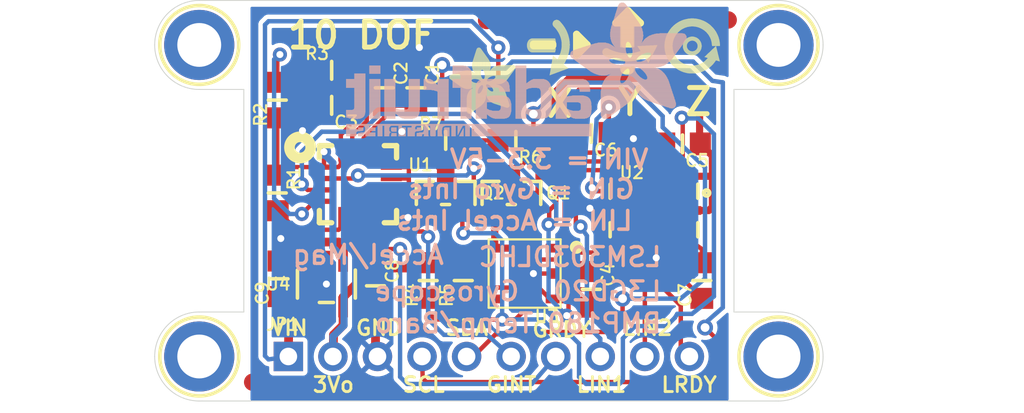
<source format=kicad_pcb>
(kicad_pcb (version 20221018) (generator pcbnew)
  (layers (0 "F.Cu" signal) (31 "B.Cu" signal) (34 "B.Paste" user) (35 "F.Paste" user) (36 "B.SilkS" user "B.Silkscreen") (37 "F.SilkS" user "F.Silkscreen") (38 "B.Mask" user) (39 "F.Mask" user) (44 "Edge.Cuts" user))
  (net 0 "")
  (net 1 "N$1")
  (net 2 "N$2")
  (net 3 "3.3V")
  (net 4 "N$3")
  (net 5 "N$4")
  (net 6 "GND")
  (net 7 "SCL_3V")
  (net 8 "SDA_3V")
  (net 9 "N$6")
  (net 10 "N$5")
  (net 11 "N$7")
  (net 12 "VIN")
  (net 13 "SDA_5V")
  (net 14 "SCL_5V")
  (net 15 "GYR_INT")
  (net 16 "LSM_INT2")
  (net 17 "LSM_INT1")
  (net 18 "LSM_DRDY")
  (net 19 "GYR_RDY")
  (footprint "working:_0805MP" (layer "F.Cu") (at 139.5391 99.5606 180)
    (fp_text reference "C3")
    (fp_text value "0.1uF")
  )
  (footprint "working:FIDUCIAL_1MM" (layer "F.Cu") (at 148.3741 94.7166)
    (fp_text reference "FID3" hide)
    (fp_text value "FIDUCIAL\"\"" hide)
  )
  (footprint "working:_0805MP" (layer "F.Cu") (at 136.4391 99.2606 90)
    (fp_text reference "R2")
    (fp_text value "10K")
  )
  (footprint "working:L3G4200D_LGA16L" (layer "F.Cu") (at 141.0391 104.0606)
    (fp_text reference "U1")
    (fp_text value "L3GD20")
  )
  (footprint "working:MOUNTINGHOLE_2.5_PLATED_THICK" (layer "F.Cu") (at 131.9911 96.1136)
    (fp_text reference "U$30" hide)
    (fp_text value "MOUNTINGHOLE2.5_THICK" hide)
  )
  (footprint "working:ADAFRUIT_3.5MM" (layer "F.Cu") (at 150.0391 100.0606 90)
    (fp_text reference "U$32" hide)
    (fp_text value "" hide)
  )
  (footprint "working:SOT23-WIDE" (layer "F.Cu") (at 149.7851 104.5606)
    (fp_text reference "Q1")
    (fp_text value "BSS138")
  )
  (footprint "working:MOUNTINGHOLE_2.5_PLATED_THICK" (layer "F.Cu") (at 165.0111 96.1136)
    (fp_text reference "U$29" hide)
    (fp_text value "MOUNTINGHOLE2.5_THICK" hide)
  )
  (footprint "working:_0805MP" (layer "F.Cu") (at 142.5391 98.5606 -90)
    (fp_text reference "C2")
    (fp_text value "470nF")
  )
  (footprint "working:SYMBOL_GYROXYZ_10MM" (layer "F.Cu") (at 151.4391 97.8606)
    (fp_text reference "U$25" hide)
    (fp_text value "" hide)
  )
  (footprint "working:_0805MP" (layer "F.Cu") (at 136.4391 104.5606 -90)
    (fp_text reference "R1")
    (fp_text value "10K")
  )
  (footprint "working:1X10_ROUND" (layer "F.Cu") (at 148.5011 113.8936)
    (fp_text reference "JP1")
    (fp_text value "")
  )
  (footprint "working:_0805MP" (layer "F.Cu") (at 145.0391 109.5606 90)
    (fp_text reference "R4")
    (fp_text value "10K")
  )
  (footprint "working:FIDUCIAL_1MM" (layer "F.Cu") (at 135.0391 115.3606)
    (fp_text reference "FID2" hide)
    (fp_text value "FIDUCIAL\"\"" hide)
  )
  (footprint "working:_0805MP" (layer "F.Cu") (at 154.3391 110.0606 -90)
    (fp_text reference "C4")
    (fp_text value "0.1uF")
  )
  (footprint "working:_0805MP" (layer "F.Cu") (at 142.0391 109.8606 -90)
    (fp_text reference "C8")
    (fp_text value "10uF")
  )
  (footprint "working:_0805MP" (layer "F.Cu") (at 136.5391 109.4606 90)
    (fp_text reference "C9")
    (fp_text value "10uF")
  )
  (footprint "working:MOUNTINGHOLE_2.5_PLATED_THICK" (layer "F.Cu") (at 131.9911 113.8936)
    (fp_text reference "U$31" hide)
    (fp_text value "MOUNTINGHOLE2.5_THICK" hide)
  )
  (footprint "working:SOT23-5" (layer "F.Cu") (at 139.2391 109.7606 180)
    (fp_text reference "U4")
    (fp_text value "MIC5225-3.3")
  )
  (footprint "working:LGA14" (layer "F.Cu") (at 157.9121 105.5606)
    (fp_text reference "U2")
    (fp_text value "LSM303DLHC")
  )
  (footprint "working:MOUNTINGHOLE_2.5_PLATED_THICK" (layer "F.Cu") (at 165.0111 113.8936)
    (fp_text reference "U$28" hide)
    (fp_text value "MOUNTINGHOLE2.5_THICK" hide)
  )
  (footprint "working:_0805MP" (layer "F.Cu") (at 147.0391 109.5606 90)
    (fp_text reference "R5")
    (fp_text value "10K")
  )
  (footprint "working:_0805MP" (layer "F.Cu") (at 139.5391 97.5606)
    (fp_text reference "R3")
    (fp_text value "10K")
  )
  (footprint "working:SOT23-WIDE" (layer "F.Cu") (at 146.0391 104.5606)
    (fp_text reference "Q2")
    (fp_text value "BSS138")
  )
  (footprint "working:BMP180_EXTENDED" (layer "F.Cu") (at 150.5391 109.1606 180)
    (fp_text reference "U3")
    (fp_text value "BMP180")
  )
  (footprint "working:FIDUCIAL_1MM" (layer "F.Cu") (at 162.1391 94.6876)
    (fp_text reference "FID1" hide)
    (fp_text value "FIDUCIAL\"\"" hide)
  )
  (footprint "working:_0805MP" (layer "F.Cu") (at 160.6391 109.5606 90)
    (fp_text reference "C7")
    (fp_text value "0.22µF")
  )
  (footprint "working:_0805MP" (layer "F.Cu") (at 154.3391 101.1606 180)
    (fp_text reference "C6")
    (fp_text value "4.7uF")
  )
  (footprint "working:_0805MP" (layer "F.Cu") (at 144.3391 98.5606 -90)
    (fp_text reference "C1")
    (fp_text value "10nF")
  )
  (footprint "working:_0805MP" (layer "F.Cu") (at 159.5391 101.7606 180)
    (fp_text reference "C5")
    (fp_text value "10uF")
  )
  (footprint "working:_0805MP" (layer "F.Cu") (at 146.0391 101.5606)
    (fp_text reference "R7")
    (fp_text value "10K")
  )
  (footprint "working:_0805MP" (layer "F.Cu") (at 150.0391 101.5606 180)
    (fp_text reference "R6")
    (fp_text value "10K")
  )
  (footprint "working:ADAFRUIT_TEXT_20MM" (layer "B.Cu") (at 159.9311 101.3206 180)
    (fp_text reference "U$26" hide)
    (fp_text value "" hide)
  )
  (gr_line (start 156.1391 94.8606) (end 156.4391 94.5606) (stroke (width 0.4064)) (layer "F.SilkS"))
  (gr_line (start 156.1391 94.8606) (end 157.1391 94.8606) (stroke (width 0.4064)) (layer "F.SilkS"))
  (gr_line (start 156.2391 96.0606) (end 156.5391 96.0606) (stroke (width 0.4064)) (layer "F.SilkS"))
  (gr_line (start 155.7391 94.8606) (end 156.1391 94.8606) (stroke (width 0.4064)) (layer "F.SilkS"))
  (gr_line (start 156.2391 97.5606) (end 156.5391 97.5606) (stroke (width 0.4064)) (layer "F.SilkS"))
  (gr_line (start 156.2391 95.0606) (end 156.2391 96.0606) (stroke (width 0.4064)) (layer "F.SilkS"))
  (gr_line (start 156.4391 94.1606) (end 155.7391 94.8606) (stroke (width 0.4064)) (layer "F.SilkS"))
  (gr_line (start 151.0391 96.0606) (end 152.1391 96.0606) (stroke (width 0.4064)) (layer "F.SilkS"))
  (gr_line (start 154.1011 96.1036) (end 153.5011 95.5036) (stroke (width 0.4064)) (layer "F.SilkS"))
  (gr_line (start 153.5011 95.5036) (end 153.5011 96.7036) (stroke (width 0.4064)) (layer "F.SilkS"))
  (gr_line (start 152.1391 96.1606) (end 151.0391 96.1606) (stroke (width 0.4064)) (layer "F.SilkS"))
  (gr_line (start 157.1391 94.8606) (end 156.4391 94.1606) (stroke (width 0.4064)) (layer "F.SilkS"))
  (gr_line (start 152.1391 96.0606) (end 152.1391 96.1606) (stroke (width 0.4064)) (layer "F.SilkS"))
  (gr_line (start 153.5011 96.7036) (end 154.1011 96.1036) (stroke (width 0.4064)) (layer "F.SilkS"))
  (gr_line (start 156.5391 96.0606) (end 156.5391 95.0606) (stroke (width 0.4064)) (layer "F.SilkS"))
  (gr_line (start 153.6391 95.9606) (end 153.6391 96.2606) (stroke (width 0.4064)) (layer "F.SilkS"))
  (gr_arc (start 165.0111 111.3536) (mid 166.807151 112.097549) (end 167.5511 113.8936) (stroke (width 0.05)) (layer "Edge.Cuts"))
  (gr_line (start 162.4711 98.6536) (end 162.4711 111.3536) (stroke (width 0.05)) (layer "Edge.Cuts"))
  (gr_line (start 162.4711 111.3536) (end 165.0111 111.3536) (stroke (width 0.05)) (layer "Edge.Cuts"))
  (gr_arc (start 131.9911 98.6536) (mid 130.195049 97.909651) (end 129.4511 96.1136) (stroke (width 0.05)) (layer "Edge.Cuts"))
  (gr_arc (start 129.4511 96.1136) (mid 130.195049 94.317549) (end 131.9911 93.5736) (stroke (width 0.05)) (layer "Edge.Cuts"))
  (gr_arc (start 167.5511 113.8936) (mid 166.807151 115.689651) (end 165.0111 116.4336) (stroke (width 0.05)) (layer "Edge.Cuts"))
  (gr_arc (start 131.9911 116.4336) (mid 130.195049 115.689651) (end 129.4511 113.8936) (stroke (width 0.05)) (layer "Edge.Cuts"))
  (gr_arc (start 129.4511 113.8936) (mid 130.195049 112.097549) (end 131.9911 111.3536) (stroke (width 0.05)) (layer "Edge.Cuts"))
  (gr_line (start 165.0111 116.4336) (end 131.9911 116.4336) (stroke (width 0.05)) (layer "Edge.Cuts"))
  (gr_line (start 134.5311 111.3536) (end 131.9911 111.3536) (stroke (width 0.05)) (layer "Edge.Cuts"))
  (gr_line (start 134.5311 111.3536) (end 134.5311 98.6536) (stroke (width 0.05)) (layer "Edge.Cuts"))
  (gr_arc (start 167.5511 96.1136) (mid 166.807151 97.909651) (end 165.0111 98.6536) (stroke (width 0.05)) (layer "Edge.Cuts"))
  (gr_arc (start 165.0111 93.5736) (mid 166.807151 94.317549) (end 167.5511 96.1136) (stroke (width 0.05)) (layer "Edge.Cuts"))
  (gr_line (start 131.9911 98.6536) (end 134.5311 98.6536) (stroke (width 0.05)) (layer "Edge.Cuts"))
  (gr_line (start 165.0111 98.6536) (end 162.4711 98.6536) (stroke (width 0.05)) (layer "Edge.Cuts"))
  (gr_line (start 131.9911 93.5736) (end 165.0111 93.5736) (stroke (width 0.05)) (layer "Edge.Cuts"))
  (gr_text "VIN = 3.3-5V" (at 151.9361 102.6406) (layer "B.SilkS") (effects (font (size 1.0668 1.0668) (thickness 0.2032)) (justify mirror)))
  (gr_text "BMP180 Temp/Baro" (at 158.4391 111.9956) (layer "B.SilkS") (effects (font (size 1.0795 1.0795) (thickness 0.1905)) (justify left mirror)))
  (gr_text "Gyroscope" (at 150.3391 110.1686) (layer "B.SilkS") (effects (font (size 1.0795 1.0795) (thickness 0.1905)) (justify left mirror)))
  (gr_text "LIN = Accel Ints" (at 149.9631 106.1436) (layer "B.SilkS") (effects (font (size 1.0668 1.0668) (thickness 0.2032)) (justify mirror)))
  (gr_text "GIN = Gyro Ints" (at 150.3361 104.3436) (layer "B.SilkS") (effects (font (size 1.0668 1.0668) (thickness 0.2032)) (justify mirror)))
  (gr_text "LSM303DLHC" (at 158.4391 108.2146) (layer "B.SilkS") (effects (font (size 1.0795 1.0795) (thickness 0.1905)) (justify left mirror)))
  (gr_text "L3GD20" (at 158.4391 110.1686) (layer "B.SilkS") (effects (font (size 1.0795 1.0795) (thickness 0.1905)) (justify left mirror)))
  (gr_text "Accel/Mag" (at 146.0391 108.0876) (layer "B.SilkS") (effects (font (size 1.0795 1.0795) (thickness 0.1905)) (justify left mirror)))
  (gr_text "LIN2" (at 157.5391 112.2606) (layer "F.SilkS") (effects (font (size 0.85344 0.85344) (thickness 0.16256))))
  (gr_text "LRDY" (at 159.9121 115.5066) (layer "F.SilkS") (effects (font (size 0.85344 0.85344) (thickness 0.16256))))
  (gr_text "10 DOF" (at 141.2391 95.5606) (layer "F.SilkS") (effects (font (size 1.49352 1.49352) (thickness 0.28448))))
  (gr_text "SCL" (at 144.7851 115.5066) (layer "F.SilkS") (effects (font (size 0.85344 0.85344) (thickness 0.16256))))
  (gr_text "Y" (at 156.5391 99.3606) (layer "F.SilkS") (effects (font (size 1.49352 1.49352) (thickness 0.28448))))
  (gr_text "SDA" (at 147.2391 112.2606) (layer "F.SilkS") (effects (font (size 0.85344 0.85344) (thickness 0.16256))))
  (gr_text "VIN" (at 137.1391 112.2606) (layer "F.SilkS") (effects (font (size 0.85344 0.85344) (thickness 0.16256))))
  (gr_text "X" (at 152.5391 99.4606) (layer "F.SilkS") (effects (font (size 1.49352 1.49352) (thickness 0.28448))))
  (gr_text "GRDY" (at 152.6391 112.3606) (layer "F.SilkS") (effects (font (size 0.85344 0.85344) (thickness 0.16256))))
  (gr_text "Z" (at 160.4391 99.3606) (layer "F.SilkS") (effects (font (size 1.49352 1.49352) (thickness 0.28448))))
  (gr_text "GINT" (at 149.7851 115.5066) (layer "F.SilkS") (effects (font (size 0.85344 0.85344) (thickness 0.16256))))
  (gr_text "LIN1" (at 154.9121 115.5066) (layer "F.SilkS") (effects (font (size 0.85344 0.85344) (thickness 0.16256))))
  (gr_text "3Vo" (at 139.6391 115.5066) (layer "F.SilkS") (effects (font (size 0.85344 0.85344) (thickness 0.16256))))
  (gr_text "GND" (at 142.2391 112.2606) (layer "F.SilkS") (effects (font (size 0.85344 0.85344) (thickness 0.16256))))
  (segment (start 139.9391 106.6606) (end 137.5231 106.6606) (width 0.25) (layer "F.Cu") (net 1))
  (segment (start 140.0641 106.5356) (end 139.9391 106.6606) (width 0.25) (layer "F.Cu") (net 1))
  (segment (start 137.5231 106.6606) (end 136.4391 105.5766) (width 0.25) (layer "F.Cu") (net 1))
  (segment (start 140.0641 105.9606) (end 140.0641 106.5356) (width 0.25) (layer "F.Cu") (net 1))
  (segment (start 138.5641 105.0356) (end 137.8391 105.7606) (width 0.25) (layer "F.Cu") (net 2))
  (segment (start 139.1391 105.0356) (end 138.5641 105.0356) (width 0.25) (layer "F.Cu") (net 2))
  (segment (start 136.4391 98.2446) (end 136.4391 96.8106) (width 0.25) (layer "F.Cu") (net 2))
  (segment (start 136.4391 96.8106) (end 136.5891 96.6606) (width 0.25) (layer "F.Cu") (net 2))
  (via (at 137.8391 105.7606) (size 0.8064) (drill 0.4) (layers "F.Cu" "B.Cu") (net 2))
  (via (at 136.5891 96.6606) (size 0.8064) (drill 0.4) (layers "F.Cu" "B.Cu") (net 2))
  (segment (start 137.1391 105.7606) (end 136.2581 104.8796) (width 0.25) (layer "B.Cu") (net 2))
  (segment (start 137.8391 105.7606) (end 137.1391 105.7606) (width 0.25) (layer "B.Cu") (net 2))
  (segment (start 136.2581 104.8796) (end 136.2581 96.9376) (width 0.25) (layer "B.Cu") (net 2))
  (segment (start 136.2581 96.9376) (end 136.5891 96.6606) (width 0.25) (layer "B.Cu") (net 2))
  (segment (start 149.2391 104.5606) (end 151.1581 104.5606) (width 0.25) (layer "F.Cu") (net 3))
  (segment (start 136.6391 103.3446) (end 136.4391 103.5446) (width 0.25) (layer "F.Cu") (net 3))
  (segment (start 140.0641 102.1606) (end 140.0641 102.9356) (width 0.25) (layer "F.Cu") (net 3))
  (segment (start 141.8551 108.8446) (end 140.1891 110.5106) (width 0.5) (layer "F.Cu") (net 3))
  (segment (start 140.1891 111.0607) (end 140.1891 110.5106) (width 0.5) (layer "F.Cu") (net 3))
  (segment (start 139.1391 103.0856) (end 139.9141 103.0856) (width 0.25) (layer "F.Cu") (net 3))
  (segment (start 160.0121 105.5606) (end 161.0391 105.5606) (width 0.4064) (layer "F.Cu") (net 3))
  (segment (start 145.0891 105.5606) (end 145.8391 105.5606) (width 0.25) (layer "F.Cu") (net 3))
  (segment (start 145.0391 108.5446) (end 146.0391 108.5446) (width 0.5) (layer "F.Cu") (net 3))
  (segment (start 159.9121 104.0066) (end 160.3121 103.6066) (width 0.4064) (layer "F.Cu") (net 3))
  (segment (start 148.9851 107.7106) (end 150.2391 107.7106) (width 0.4064) (layer "F.Cu") (net 3))
  (segment (start 140.0641 101.2356) (end 140.5391 100.7606) (width 0.25) (layer "F.Cu") (net 3))
  (segment (start 139.1031 102.2096) (end 139.1031 103.0496) (width 0.254) (layer "F.Cu") (net 3))
  (segment (start 148.7391 107.7106) (end 148.9851 107.7106) (width 0.25) (layer "F.Cu") (net 3))
  (segment (start 160.3121 103.6066) (end 161.2391 103.6066) (width 0.4064) (layer "F.Cu") (net 3))
  (segment (start 148.8351 105.5606) (end 148.8351 107.5606) (width 0.4064) (layer "F.Cu") (net 3))
  (segment (start 139.1391 103.0856) (end 136.8981 103.0856) (width 0.25) (layer "F.Cu") (net 3))
  (segment (start 136.8981 103.0856) (end 136.4391 103.5446) (width 0.25) (layer "F.Cu") (net 3))
  (segment (start 145.8391 105.5606) (end 146.0391 105.7606) (width 0.25) (layer "F.Cu") (net 3))
  (segment (start 152.2391 98.8526) (end 153.0731 98.0186) (width 0.4064) (layer "F.Cu") (net 3))
  (segment (start 160.5121 101.7496) (end 160.5551 101.7606) (width 0.25) (layer "F.Cu") (net 3))
  (segment (start 153.1311 108.3606) (end 150.7391 108.3606) (width 0.25) (layer "F.Cu") (net 3))
  (segment (start 161.2391 102.4446) (end 160.5551 101.7606) (width 0.4064) (layer "F.Cu") (net 3))
  (segment (start 142.0391 108.8446) (end 144.7391 108.8446) (width 0.5) (layer "F.Cu") (net 3))
  (segment (start 148.7391 107.7106) (end 147.8731 107.7106) (width 0.5) (layer "F.Cu") (net 3))
  (segment (start 136.4391 100.2766) (end 136.4391 103.5446) (width 0.25) (layer "F.Cu") (net 3))
  (segment (start 150.7391 108.3606) (end 150.5391 108.1606) (width 0.25) (layer "F.Cu") (net 3))
  (segment (start 150.5391 108.1606) (end 150.5391 107.4106) (width 0.25) (layer "F.Cu") (net 3))
  (segment (start 154.3391 109.0446) (end 153.8151 109.0446) (width 0.25) (layer "F.Cu") (net 3))
  (segment (start 148.8351 107.5606) (end 148.9851 107.7106) (width 0.25) (layer "F.Cu") (net 3))
  (segment (start 144.7391 108.8446) (end 145.0391 108.5446) (width 0.5) (layer "F.Cu") (net 3))
  (segment (start 160.5121 101.7496) (end 160.5121 99.1826) (width 0.4064) (layer "F.Cu") (net 3))
  (segment (start 152.2391 102.2606) (end 151.3581 103.1416) (width 0.4064) (layer "F.Cu") (net 3))
  (segment (start 147.8731 107.7106) (end 147.0391 108.5446) (width 0.5) (layer "F.Cu") (net 3))
  (segment (start 146.0391 105.7606) (end 146.0391 108.5446) (width 0.25) (layer "F.Cu") (net 3))
  (segment (start 139.6111 113.8936) (end 139.6491 112.6506) (width 0.5) (layer "F.Cu") (net 3))
  (segment (start 159.3481 98.0186) (end 160.5121 99.1826) (width 0.4064) (layer "F.Cu") (net 3))
  (segment (start 150.2391 107.7106) (end 150.5391 107.4106) (width 0.25) (layer "F.Cu") (net 3))
  (segment (start 149.0891 104.7106) (end 149.2391 104.5606) (width 0.25) (layer "F.Cu") (net 3))
  (segment (start 140.5391 100.7606) (end 140.5391 99.8766) (width 0.25) (layer "F.Cu") (net 3))
  (segment (start 139.1031 103.0496) (end 139.1391 103.0856) (width 0.254) (layer "F.Cu") (net 3))
  (segment (start 153.0731 98.0186) (end 159.3481 98.0186) (width 0.4064) (layer "F.Cu") (net 3))
  (segment (start 139.6491 112.6506) (end 140.1891 112.1106) (width 0.5) (layer "F.Cu") (net 3))
  (segment (start 152.2391 102.2606) (end 152.2391 98.8526) (width 0.4064) (layer "F.Cu") (net 3))
  (segment (start 146.0391 108.5446) (end 147.0391 108.5446) (width 0.5) (layer "F.Cu") (net 3))
  (segment (start 161.2391 103.6066) (end 161.2391 102.4446) (width 0.4064) (layer "F.Cu") (net 3))
  (segment (start 159.9121 104.4606) (end 159.9121 104.0066) (width 0.4064) (layer "F.Cu") (net 3))
  (segment (start 161.2391 105.3606) (end 161.2391 103.6066) (width 0.4064) (layer "F.Cu") (net 3))
  (segment (start 161.0391 105.5606) (end 161.2391 105.3606) (width 0.4064) (layer "F.Cu") (net 3))
  (segment (start 139.9141 103.0856) (end 140.0641 102.9356) (width 0.25) (layer "F.Cu") (net 3))
  (segment (start 140.5391 99.8766) (end 140.5551 99.5606) (width 0.25) (layer "F.Cu") (net 3))
  (segment (start 151.3581 104.4876) (end 151.3581 103.1416) (width 0.4064) (layer "F.Cu") (net 3))
  (segment (start 153.8151 109.0446) (end 153.1311 108.3606) (width 0.25) (layer "F.Cu") (net 3))
  (segment (start 140.0641 102.1606) (end 140.0641 101.2356) (width 0.25) (layer "F.Cu") (net 3))
  (segment (start 142.0391 108.8446) (end 141.8551 108.8446) (width 0.5) (layer "F.Cu") (net 3))
  (segment (start 151.1581 104.5606) (end 151.3581 104.4876) (width 0.25) (layer "F.Cu") (net 3))
  (segment (start 148.8351 105.5606) (end 149.0891 104.7106) (width 0.25) (layer "F.Cu") (net 3))
  (segment (start 140.1891 111.0607) (end 140.1891 112.1106) (width 0.5) (layer "F.Cu") (net 3))
  (via (at 139.1031 102.2096) (size 0.8064) (drill 0.4) (layers "F.Cu" "B.Cu") (net 3))
  (segment (start 139.6111 112.7506) (end 140.2461 112.1156) (width 0.4064) (layer "B.Cu") (net 3))
  (segment (start 140.2461 112.1156) (end 140.2461 108.3056) (width 0.4064) (layer "B.Cu") (net 3))
  (segment (start 139.6111 113.8936) (end 139.6111 112.7506) (width 0.4064) (layer "B.Cu") (net 3))
  (segment (start 139.6111 107.6706) (end 139.6111 102.8446) (width 0.4064) (layer "B.Cu") (net 3))
  (segment (start 138.8491 102.0826) (end 139.1031 102.2096) (width 0.4064) (layer "B.Cu") (net 3))
  (segment (start 140.2461 108.3056) (end 139.6111 107.6706) (width 0.4064) (layer "B.Cu") (net 3))
  (segment (start 139.6111 102.8446) (end 138.8491 102.0826) (width 0.4064) (layer "B.Cu") (net 3))
  (segment (start 140.5551 97.5606) (end 142.5231 97.5606) (width 0.25) (layer "F.Cu") (net 4))
  (segment (start 142.5231 97.5606) (end 142.5391 97.5446) (width 0.25) (layer "F.Cu") (net 4))
  (segment (start 141.3641 101.4356) (end 142.5391 100.2606) (width 0.25) (layer "F.Cu") (net 5))
  (segment (start 141.3641 102.1606) (end 141.3641 101.4356) (width 0.25) (layer "F.Cu") (net 5))
  (segment (start 142.5391 100.2606) (end 142.5391 99.5766) (width 0.25) (layer "F.Cu") (net 5))
  (segment (start 144.3391 99.5766) (end 142.5391 99.5766) (width 0.25) (layer "F.Cu") (net 5))
  (segment (start 139.2391 108.4605) (end 139.2391 109.7606) (width 0.5) (layer "F.Cu") (net 6))
  (segment (start 158.3121 108.1146) (end 158.0391 108.2606) (width 0.25) (layer "F.Cu") (net 6))
  (segment (start 141.5391 100.4606) (end 141.5391 98.7606) (width 0.25) (layer "F.Cu") (net 6))
  (segment (start 143.9141 103.0856) (end 143.9391 103.0606) (width 0.25) (layer "F.Cu") (net 6))
  (segment (start 136.5391 107.2606) (end 136.6391 107.1606) (width 0.5) (layer "F.Cu") (net 6))
  (segment (start 157.4391 101.7606) (end 157.1391 101.4606) (width 0.25) (layer "F.Cu") (net 6))
  (segment (start 153.3231 98.9766) (end 153.6391 98.6606) (width 0.25) (layer "F.Cu") (net 6))
  (segment (start 143.9391 103.0606) (end 143.9391 101.4606) (width 0.25) (layer "F.Cu") (net 6))
  (segment (start 138.5231 99.5606) (end 138.5231 98.5606) (width 0.25) (layer "F.Cu") (net 6))
  (segment (start 158.3121 106.6606) (end 158.3121 108.1146) (width 0.25) (layer "F.Cu") (net 6))
  (segment (start 153.6391 98.6606) (end 156.3391 98.6606) (width 0.25) (layer "F.Cu") (net 6))
  (segment (start 142.9391 103.0856) (end 143.9141 103.0856) (width 0.25) (layer "F.Cu") (net 6))
  (segment (start 142.0141 101.5856) (end 142.5391 101.0606) (width 0.25) (layer "F.Cu") (net 6))
  (segment (start 138.5231 100.3826) (end 137.8771 101.0066) (width 0.25) (layer "F.Cu") (net 6))
  (segment (start 142.0141 105.9606) (end 143.8891 105.9606) (width 0.25) (layer "F.Cu") (net 6))
  (segment (start 140.7141 102.1606) (end 140.7141 101.2856) (width 0.25) (layer "F.Cu") (net 6))
  (segment (start 143.9391 104.3606) (end 143.9391 103.6606) (width 0.25) (layer "F.Cu") (net 6))
  (segment (start 153.3231 101.1606) (end 153.3231 98.9766) (width 0.25) (layer "F.Cu") (net 6))
  (segment (start 142.9391 104.3856) (end 143.9141 104.3856) (width 0.25) (layer "F.Cu") (net 6))
  (segment (start 153.1391 109.1606) (end 152.3391 109.1606) (width 0.25) (layer "F.Cu") (net 6))
  (segment (start 154.3391 111.0766) (end 154.3391 110.2606) (width 0.25) (layer "F.Cu") (net 6))
  (segment (start 143.8641 105.0356) (end 143.8641 105.9356) (width 0.25) (layer "F.Cu") (net 6))
  (segment (start 152.3391 109.1606) (end 151.0391 109.1606) (width 0.25) (layer "F.Cu") (net 6))
  (segment (start 155.8121 105.5606) (end 154.2581 105.4336) (width 0.25) (layer "F.Cu") (net 6))
  (segment (start 153.2391 109.2606) (end 153.1391 109.1606) (width 0.25) (layer "F.Cu") (net 6))
  (segment (start 144.3391 96.4606) (end 144.5391 96.2606) (width 0.25) (layer "F.Cu") (net 6))
  (segment (start 136.5391 108.4446) (end 136.5391 107.2606) (width 0.5) (layer "F.Cu") (net 6))
  (segment (start 142.0391 113.9106) (end 142.1511 113.8936) (width 0.5) (layer "F.Cu") (net 6))
  (segment (start 156.7391 99.0606) (end 156.7391 101.4606) (width 0.25) (layer "F.Cu") (net 6))
  (segment (start 142.0391 110.8766) (end 142.0391 113.9106) (width 0.5) (layer "F.Cu") (net 6))
  (segment (start 142.9391 105.0356) (end 143.8641 105.0356) (width 0.25) (layer "F.Cu") (net 6))
  (segment (start 142.9391 103.7356) (end 143.8641 103.7356) (width 0.25) (layer "F.Cu") (net 6))
  (segment (start 144.3391 97.5446) (end 144.3391 96.4606) (width 0.25) (layer "F.Cu") (net 6))
  (segment (start 143.8641 103.7356) (end 143.9391 103.6606) (width 0.25) (layer "F.Cu") (net 6))
  (segment (start 138.5231 98.5606) (end 138.5231 97.5606) (width 0.25) (layer "F.Cu") (net 6))
  (segment (start 141.3391 98.5606) (end 138.5231 98.5606) (width 0.25) (layer "F.Cu") (net 6))
  (segment (start 143.9141 104.3856) (end 143.9391 104.3606) (width 0.25) (layer "F.Cu") (net 6))
  (segment (start 142.5391 101.0606) (end 143.5391 101.0606) (width 0.25) (layer "F.Cu") (net 6))
  (segment (start 142.0141 102.1606) (end 142.0141 101.5856) (width 0.25) (layer "F.Cu") (net 6))
  (segment (start 158.5231 101.7606) (end 157.4391 101.7606) (width 0.25) (layer "F.Cu") (net 6))
  (segment (start 153.2391 109.8606) (end 153.2391 109.2606) (width 0.25) (layer "F.Cu") (net 6))
  (segment (start 156.3391 98.6606) (end 156.7391 99.0606) (width 0.25) (layer "F.Cu") (net 6))
  (segment (start 154.1391 110.0606) (end 153.4391 110.0606) (width 0.25) (layer "F.Cu") (net 6))
  (segment (start 157.1391 101.4606) (end 156.7391 101.4606) (width 0.25) (layer "F.Cu") (net 6))
  (segment (start 143.8641 105.9356) (end 143.8891 105.9606) (width 0.25) (layer "F.Cu") (net 6))
  (segment (start 157.5121 107.9876) (end 158.0391 108.2606) (width 0.25) (layer "F.Cu") (net 6))
  (segment (start 143.9391 101.4606) (end 143.5391 101.0606) (width 0.25) (layer "F.Cu") (net 6))
  (segment (start 140.7141 101.2856) (end 141.5391 100.4606) (width 0.25) (layer "F.Cu") (net 6))
  (segment (start 157.5121 106.6606) (end 157.5121 107.9876) (width 0.25) (layer "F.Cu") (net 6))
  (segment (start 153.4391 110.0606) (end 153.2391 109.8606) (width 0.25) (layer "F.Cu") (net 6))
  (segment (start 143.9391 103.6606) (end 143.9391 103.0606) (width 0.25) (layer "F.Cu") (net 6))
  (segment (start 154.3391 110.2606) (end 154.1391 110.0606) (width 0.25) (layer "F.Cu") (net 6))
  (segment (start 141.5391 98.7606) (end 141.3391 98.5606) (width 0.25) (layer "F.Cu") (net 6))
  (segment (start 138.5231 99.5606) (end 138.5231 100.3826) (width 0.25) (layer "F.Cu") (net 6))
  (segment (start 143.9391 104.9606) (end 143.9391 104.3606) (width 0.25) (layer "F.Cu") (net 6))
  (segment (start 143.8641 105.0356) (end 143.9391 104.9606) (width 0.25) (layer "F.Cu") (net 6))
  (via (at 158.0391 108.2606) (size 0.8064) (drill 0.4) (layers "F.Cu" "B.Cu") (net 6))
  (via (at 137.8771 101.0066) (size 0.8064) (drill 0.4) (layers "F.Cu" "B.Cu") (net 6))
  (via (at 143.5391 101.0606) (size 0.8064) (drill 0.4) (layers "F.Cu" "B.Cu") (net 6))
  (via (at 154.2581 105.4336) (size 0.8064) (drill 0.4) (layers "F.Cu" "B.Cu") (net 6))
  (via (at 144.5391 96.2606) (size 0.8064) (drill 0.4) (layers "F.Cu" "B.Cu") (net 6))
  (via (at 143.8891 105.9606) (size 0.8064) (drill 0.4) (layers "F.Cu" "B.Cu") (net 6))
  (via (at 136.6391 107.1606) (size 0.8064) (drill 0.4) (layers "F.Cu" "B.Cu") (net 6))
  (via (at 151.0391 109.1606) (size 0.8064) (drill 0.4) (layers "F.Cu" "B.Cu") (net 6))
  (via (at 156.7391 101.4606) (size 0.8064) (drill 0.4) (layers "F.Cu" "B.Cu") (net 6))
  (via (at 139.2391 109.7606) (size 0.8064) (drill 0.4) (layers "F.Cu" "B.Cu") (net 6))
  (segment (start 156.7391 101.4606) (end 156.4391 101.4606) (width 0.25) (layer "B.Cu") (net 6))
  (segment (start 137.8771 101.0066) (end 137.9501 101.0336) (width 0.25) (layer "B.Cu") (net 6))
  (segment (start 159.0421 104.2416) (end 159.0421 103.6066) (width 0.25) (layer "F.Cu") (net 7))
  (segment (start 159.5501 100.3236) (end 159.4931 100.2666) (width 0.25) (layer "F.Cu") (net 7))
  (segment (start 145.0391 110.5766) (end 145.0391 111.3796) (width 0.25) (layer "F.Cu") (net 7))
  (segment (start 147.6391 103.1606) (end 147.6391 104.9106) (width 0.25) (layer "F.Cu") (net 7))
  (segment (start 145.4391 111.7796) (end 149.2581 111.7796) (width 0.25) (layer "F.Cu") (net 7))
  (segment (start 159.1121 104.4606) (end 159.0421 104.2416) (width 0.25) (layer "F.Cu") (net 7))
  (segment (start 145.0391 111.3796) (end 145.4391 111.7796) (width 0.25) (layer "F.Cu") (net 7))
  (segment (start 147.6391 104.9106) (end 146.9891 105.5606) (width 0.25) (layer "F.Cu") (net 7))
  (segment (start 140.8641 103.7356) (end 141.0391 103.5606) (width 0.25) (layer "F.Cu") (net 7))
  (segment (start 146.9891 106.8106) (end 147.0391 106.8606) (width 0.25) (layer "F.Cu") (net 7))
  (segment (start 159.5501 103.0986) (end 159.5501 100.3236) (width 0.25) (layer "F.Cu") (net 7))
  (segment (start 150.0121 111.7796) (end 149.2581 111.7796) (width 0.25) (layer "F.Cu") (net 7))
  (segment (start 159.0421 103.6066) (end 159.5501 103.0986) (width 0.25) (layer "F.Cu") (net 7))
  (segment (start 150.4121 111.3796) (end 150.0121 111.7796) (width 0.25) (layer "F.Cu") (net 7))
  (segment (start 146.9891 105.5606) (end 146.9891 106.8106) (width 0.25) (layer "F.Cu") (net 7))
  (segment (start 139.1391 103.7356) (end 140.8641 103.7356) (width 0.25) (layer "F.Cu") (net 7))
  (segment (start 150.5391 110.9106) (end 150.4121 111.3796) (width 0.25) (layer "F.Cu") (net 7))
  (via (at 159.4931 100.2666) (size 0.8064) (drill 0.4) (layers "F.Cu" "B.Cu") (net 7))
  (via (at 147.0391 106.8606) (size 0.8064) (drill 0.4) (layers "F.Cu" "B.Cu") (net 7))
  (via (at 147.6391 103.1606) (size 0.8064) (drill 0.4) (layers "F.Cu" "B.Cu") (net 7))
  (via (at 141.0391 103.5606) (size 0.8064) (drill 0.4) (layers "F.Cu" "B.Cu") (net 7))
  (via (at 149.2581 111.7796) (size 0.8064) (drill 0.4) (layers "F.Cu" "B.Cu") (net 7))
  (segment (start 147.2391 103.5606) (end 147.6391 103.1606) (width 0.25) (layer "B.Cu") (net 7))
  (segment (start 153.6391 113.1606) (end 153.6391 115.0606) (width 0.25) (layer "B.Cu") (net 7))
  (segment (start 155.9391 115.4606) (end 156.1391 115.2606) (width 0.25) (layer "B.Cu") (net 7))
  (segment (start 149.2581 111.7796) (end 151.5581 111.7796) (width 0.25) (layer "B.Cu") (net 7))
  (segment (start 156.8391 112.1606) (end 158.6231 112.1606) (width 0.25) (layer "B.Cu") (net 7))
  (segment (start 154.0391 115.4606) (end 155.9391 115.4606) (width 0.25) (layer "B.Cu") (net 7))
  (segment (start 159.4551 100.3046) (end 159.4931 100.2666) (width 0.254) (layer "B.Cu") (net 7))
  (segment (start 160.4391 100.3046) (end 159.4551 100.3046) (width 0.254) (layer "B.Cu") (net 7))
  (segment (start 161.3281 101.1936) (end 160.4391 100.3046) (width 0.254) (layer "B.Cu") (net 7))
  (segment (start 161.3281 110.4646) (end 161.3281 101.1936) (width 0.254) (layer "B.Cu") (net 7))
  (segment (start 149.2581 107.2606) (end 149.2581 111.7796) (width 0.25) (layer "B.Cu") (net 7))
  (segment (start 148.8581 106.8606) (end 149.2581 107.2606) (width 0.25) (layer "B.Cu") (net 7))
  (segment (start 160.0781 111.4606) (end 161.3281 110.4646) (width 0.254) (layer "B.Cu") (net 7))
  (segment (start 153.6391 115.0606) (end 154.0391 115.4606) (width 0.25) (layer "B.Cu") (net 7))
  (segment (start 141.0391 103.5606) (end 147.2391 103.5606) (width 0.25) (layer "B.Cu") (net 7))
  (segment (start 159.2391 111.4606) (end 160.0781 111.4606) (width 0.254) (layer "B.Cu") (net 7))
  (segment (start 156.1391 115.2606) (end 156.1391 112.8606) (width 0.25) (layer "B.Cu") (net 7))
  (segment (start 151.5581 111.7796) (end 152.4391 112.6606) (width 0.25) (layer "B.Cu") (net 7))
  (segment (start 152.4391 112.6606) (end 153.1391 112.6606) (width 0.25) (layer "B.Cu") (net 7))
  (segment (start 156.1391 112.8606) (end 156.8391 112.1606) (width 0.25) (layer "B.Cu") (net 7))
  (segment (start 159.2391 111.4606) (end 159.1041 111.6796) (width 0.25) (layer "B.Cu") (net 7))
  (segment (start 158.6231 112.1606) (end 159.1041 111.6796) (width 0.25) (layer "B.Cu") (net 7))
  (segment (start 153.1391 112.6606) (end 153.6391 113.1606) (width 0.25) (layer "B.Cu") (net 7))
  (segment (start 147.0391 106.8606) (end 148.8581 106.8606) (width 0.25) (layer "B.Cu") (net 7))
  (segment (start 157.0391 102.2606) (end 153.2391 102.2606) (width 0.25) (layer "F.Cu") (net 8))
  (segment (start 158.3121 104.4606) (end 158.3121 103.5416) (width 0.25) (layer "F.Cu") (net 8))
  (segment (start 151.9391 105.5606) (end 150.7351 105.5606) (width 0.25) (layer "F.Cu") (net 8))
  (segment (start 152.3391 110.6106) (end 152.9891 110.6106) (width 0.25) (layer "F.Cu") (net 8))
  (segment (start 151.9041 106.3606) (end 151.9391 106.2686) (width 0.254) (layer "F.Cu") (net 8))
  (segment (start 147.6391 109.9606) (end 151.3391 109.9606) (width 0.25) (layer "F.Cu") (net 8))
  (segment (start 153.0391 111.4606) (end 152.9391 111.5606) (width 0.25) (layer "F.Cu") (net 8))
  (segment (start 153.2391 102.2606) (end 152.3391 103.1606) (width 0.25) (layer "F.Cu") (net 8))
  (segment (start 151.3391 109.9606) (end 151.9891 110.6106) (width 0.25) (layer "F.Cu") (net 8))
  (segment (start 147.2691 110.8066) (end 147.2691 110.3306) (width 0.25) (layer "F.Cu") (net 8))
  (segment (start 139.1391 104.3856) (end 138.1641 104.3856) (width 0.25) (layer "F.Cu") (net 8))
  (segment (start 153.0391 110.6606) (end 153.0391 111.4606) (width 0.25) (layer "F.Cu") (net 8))
  (segment (start 158.3121 103.5416) (end 158.1121 103.3416) (width 0.25) (layer "F.Cu") (net 8))
  (segment (start 152.3391 110.6106) (end 151.9891 110.6106) (width 0.25) (layer "F.Cu") (net 8))
  (segment (start 157.7391 102.9606) (end 157.0391 102.2606) (width 0.25) (layer "F.Cu") (net 8))
  (segment (start 138.1641 104.3856) (end 137.8391 104.0606) (width 0.25) (layer "F.Cu") (net 8))
  (segment (start 151.9391 106.2686) (end 151.9391 105.5606) (width 0.254) (layer "F.Cu") (net 8))
  (segment (start 158.1121 103.3416) (end 157.7391 102.9606) (width 0.25) (layer "F.Cu") (net 8))
  (segment (start 152.9891 110.6106) (end 153.0391 110.6606) (width 0.25) (layer "F.Cu") (net 8))
  (segment (start 152.3391 103.1606) (end 152.3391 105.1606) (width 0.25) (layer "F.Cu") (net 8))
  (segment (start 152.3391 105.1606) (end 151.9391 105.5606) (width 0.25) (layer "F.Cu") (net 8))
  (segment (start 147.2691 110.3306) (end 147.6391 109.9606) (width 0.25) (layer "F.Cu") (net 8))
  (segment (start 147.2691 110.8066) (end 147.0391 110.5766) (width 0.25) (layer "F.Cu") (net 8))
  (via (at 151.9041 106.3606) (size 0.8064) (drill 0.4) (layers "F.Cu" "B.Cu") (net 8))
  (via (at 137.8391 104.0606) (size 0.8064) (drill 0.4) (layers "F.Cu" "B.Cu") (net 8))
  (via (at 152.9391 111.5606) (size 0.8064) (drill 0.4) (layers "F.Cu" "B.Cu") (net 8))
  (segment (start 141.2621 101.0666) (end 142.2781 100.0506) (width 0.254) (layer "B.Cu") (net 8))
  (segment (start 137.8391 102.2036) (end 138.9761 101.0666) (width 0.254) (layer "B.Cu") (net 8))
  (segment (start 147.2311 100.0506) (end 148.1201 100.9396) (width 0.254) (layer "B.Cu") (net 8))
  (segment (start 138.9761 101.0666) (end 141.2621 101.0666) (width 0.254) (layer "B.Cu") (net 8))
  (segment (start 148.1201 100.9396) (end 148.2451 101.0666) (width 0.254) (layer "B.Cu") (net 8))
  (segment (start 142.2781 100.0506) (end 147.2311 100.0506) (width 0.254) (layer "B.Cu") (net 8))
  (segment (start 151.9041 110.5256) (end 152.9391 111.5606) (width 0.25) (layer "B.Cu") (net 8))
  (segment (start 152.3391 105.1606) (end 152.3391 106.1606) (width 0.254) (layer "B.Cu") (net 8))
  (segment (start 137.8391 104.0606) (end 137.8391 102.2036) (width 0.254) (layer "B.Cu") (net 8))
  (segment (start 148.2451 101.0666) (end 152.3391 105.1606) (width 0.254) (layer "B.Cu") (net 8))
  (segment (start 152.3391 106.1606) (end 151.9041 106.3606) (width 0.254) (layer "B.Cu") (net 8))
  (segment (start 151.9041 106.3606) (end 151.9041 110.5256) (width 0.25) (layer "B.Cu") (net 8))
  (segment (start 155.3391 99.6606) (end 155.3391 101.1446) (width 0.25) (layer "F.Cu") (net 9))
  (segment (start 155.3391 101.1446) (end 155.3551 101.1606) (width 0.25) (layer "F.Cu") (net 9))
  (segment (start 155.9121 104.4606) (end 154.5851 104.4606) (width 0.25) (layer "F.Cu") (net 9))
  (segment (start 154.5851 104.4606) (end 154.3851 104.2606) (width 0.25) (layer "F.Cu") (net 9))
  (via (at 155.3391 99.6606) (size 0.8064) (drill 0.4) (layers "F.Cu" "B.Cu") (net 9))
  (via (at 154.3851 104.2606) (size 0.8064) (drill 0.4) (layers "F.Cu" "B.Cu") (net 9))
  (segment (start 154.3851 104.2606) (end 154.6391 100.3606) (width 0.25) (layer "B.Cu") (net 9))
  (segment (start 154.6391 100.3606) (end 155.3391 99.6606) (width 0.25) (layer "B.Cu") (net 9))
  (segment (start 159.1121 106.6606) (end 159.1121 109.0176) (width 0.25) (layer "F.Cu") (net 10))
  (segment (start 160.6231 110.5606) (end 160.6391 110.5766) (width 0.25) (layer "F.Cu") (net 10))
  (segment (start 159.5121 109.4176) (end 160.6231 110.5606) (width 0.25) (layer "F.Cu") (net 10))
  (segment (start 159.1121 109.0176) (end 159.5121 109.4176) (width 0.25) (layer "F.Cu") (net 10))
  (segment (start 160.6391 107.7606) (end 160.6391 108.5446) (width 0.25) (layer "F.Cu") (net 11))
  (segment (start 159.7851 107.1606) (end 160.6391 107.7606) (width 0.25) (layer "F.Cu") (net 11))
  (segment (start 159.9121 106.6606) (end 159.7851 107.1606) (width 0.25) (layer "F.Cu") (net 11))
  (segment (start 137.1091 111.0466) (end 137.0711 113.8936) (width 0.5) (layer "F.Cu") (net 12))
  (segment (start 140.1891 108.4605) (end 140.1891 107.6106) (width 0.5) (layer "F.Cu") (net 12))
  (segment (start 138.5391 107.3606) (end 139.9391 107.3606) (width 0.5) (layer "F.Cu") (net 12))
  (segment (start 139.9391 107.3606) (end 140.1891 107.6106) (width 0.5) (layer "F.Cu") (net 12))
  (segment (start 147.0551 101.5606) (end 149.0231 101.5606) (width 0.25) (layer "F.Cu") (net 12))
  (segment (start 149.0391 101.5446) (end 149.0231 101.5606) (width 0.25) (layer "F.Cu") (net 12))
  (segment (start 137.1091 111.0466) (end 136.5391 110.4766) (width 0.5) (layer "F.Cu") (net 12))
  (segment (start 136.9231 110.4766) (end 138.2891 109.1106) (width 0.5) (layer "F.Cu") (net 12))
  (segment (start 149.0391 96.2606) (end 149.0391 101.5446) (width 0.25) (layer "F.Cu") (net 12))
  (segment (start 138.2891 107.6106) (end 138.5391 107.3606) (width 0.5) (layer "F.Cu") (net 12))
  (segment (start 136.5391 110.4766) (end 136.9231 110.4766) (width 0.5) (layer "F.Cu") (net 12))
  (segment (start 138.2891 108.4605) (end 138.2891 107.6106) (width 0.5) (layer "F.Cu") (net 12))
  (segment (start 138.2891 108.4605) (end 138.2891 109.1106) (width 0.5) (layer "F.Cu") (net 12))
  (via (at 149.0391 96.2606) (size 0.8064) (drill 0.4) (layers "F.Cu" "B.Cu") (net 12))
  (segment (start 135.7391 94.9606) (end 135.9391 94.7606) (width 0.25) (layer "B.Cu") (net 12))
  (segment (start 135.9391 94.7606) (end 147.5391 94.7606) (width 0.25) (layer "B.Cu") (net 12))
  (segment (start 135.9391 114.0606) (end 135.7391 113.8606) (width 0.25) (layer "B.Cu") (net 12))
  (segment (start 137.0711 113.8936) (end 135.9391 114.0606) (width 0.25) (layer "B.Cu") (net 12))
  (segment (start 135.7391 113.8606) (end 135.7391 94.9606) (width 0.25) (layer "B.Cu") (net 12))
  (segment (start 147.5391 94.7606) (end 149.0391 96.2606) (width 0.25) (layer "B.Cu") (net 12))
  (segment (start 155.3591 112.4966) (end 156.1211 111.7346) (width 0.254) (layer "F.Cu") (net 13))
  (segment (start 150.2791 112.4966) (end 155.3591 112.4966) (width 0.254) (layer "F.Cu") (net 13))
  (segment (start 151.0391 100.0606) (end 151.0391 101.5446) (width 0.25) (layer "F.Cu") (net 13))
  (segment (start 151.0551 102.2906) (end 149.7851 103.5606) (width 0.25) (layer "F.Cu") (net 13))
  (segment (start 147.6121 113.8936) (end 148.8821 112.6236) (width 0.254) (layer "F.Cu") (net 13))
  (segment (start 151.0551 101.5606) (end 151.0551 102.2906) (width 0.25) (layer "F.Cu") (net 13))
  (segment (start 150.1521 112.6236) (end 150.2791 112.4966) (width 0.254) (layer "F.Cu") (net 13))
  (segment (start 151.0391 101.5446) (end 151.0551 101.5606) (width 0.25) (layer "F.Cu") (net 13))
  (segment (start 147.2311 113.8936) (end 147.6121 113.8936) (width 0.254) (layer "F.Cu") (net 13))
  (segment (start 156.1211 111.7346) (end 156.1211 110.5916) (width 0.254) (layer "F.Cu") (net 13))
  (segment (start 148.8821 112.6236) (end 150.1521 112.6236) (width 0.254) (layer "F.Cu") (net 13))
  (via (at 156.1211 110.5916) (size 0.9064) (drill 0.5) (layers "F.Cu" "B.Cu") (net 13))
  (via (at 151.0391 100.0606) (size 0.9064) (drill 0.5) (layers "F.Cu" "B.Cu") (net 13))
  (segment (start 158.4071 100.1776) (end 158.4071 100.8126) (width 0.254) (layer "B.Cu") (net 13))
  (segment (start 152.8391 98.2606) (end 151.0391 100.0606) (width 0.25) (layer "B.Cu") (net 13))
  (segment (start 158.4071 100.8126) (end 160.8201 103.0986) (width 0.254) (layer "B.Cu") (net 13))
  (segment (start 158.4071 100.1776) (end 156.4901 98.2606) (width 0.254) (layer "B.Cu") (net 13))
  (segment (start 160.8201 109.4486) (end 159.4231 110.5916) (width 0.254) (layer "B.Cu") (net 13))
  (segment (start 156.2481 98.2606) (end 152.8391 98.2606) (width 0.25) (layer "B.Cu") (net 13))
  (segment (start 160.8201 103.0986) (end 160.8201 109.4486) (width 0.254) (layer "B.Cu") (net 13))
  (segment (start 159.4231 110.5916) (end 156.1211 110.5916) (width 0.254) (layer "B.Cu") (net 13))
  (segment (start 156.4901 98.2606) (end 156.2481 98.2606) (width 0.254) (layer "B.Cu") (net 13))
  (segment (start 144.7291 115.1426) (end 144.9391 115.3526) (width 0.25) (layer "F.Cu") (net 14))
  (segment (start 144.6911 113.8936) (end 144.7291 115.1426) (width 0.25) (layer "F.Cu") (net 14))
  (segment (start 161.4581 112.8806) (end 160.8201 112.2426) (width 0.25) (layer "F.Cu") (net 14))
  (segment (start 145.8391 97.2606) (end 145.8391 100.7446) (width 0.25) (layer "F.Cu") (net 14))
  (segment (start 160.8201 112.2426) (end 160.8231 112.2416) (width 0.25) (layer "F.Cu") (net 14))
  (segment (start 161.4581 114.7526) (end 161.4581 112.8806) (width 0.25) (layer "F.Cu") (net 14))
  (segment (start 144.9391 115.3526) (end 160.8581 115.3526) (width 0.25) (layer "F.Cu") (net 14))
  (segment (start 145.0231 102.5446) (end 146.0391 103.5606) (width 0.25) (layer "F.Cu") (net 14))
  (segment (start 145.0231 101.5606) (end 145.0231 102.5446) (width 0.25) (layer "F.Cu") (net 14))
  (segment (start 145.8391 100.7446) (end 145.0231 101.5606) (width 0.25) (layer "F.Cu") (net 14))
  (segment (start 160.8581 115.3526) (end 161.4581 114.7526) (width 0.25) (layer "F.Cu") (net 14))
  (via (at 145.8391 97.2606) (size 0.9064) (drill 0.5) (layers "F.Cu" "B.Cu") (net 14))
  (via (at 160.8231 112.2416) (size 0.9064) (drill 0.5) (layers "F.Cu" "B.Cu") (net 14))
  (segment (start 161.8361 98.2496) (end 161.8361 111.0996) (width 0.254) (layer "B.Cu") (net 14))
  (segment (start 161.2391 98.1606) (end 160.1391 97.0606) (width 0.25) (layer "B.Cu") (net 14))
  (segment (start 160.1391 97.0606) (end 149.8391 97.0606) (width 0.25) (layer "B.Cu") (net 14))
  (segment (start 161.2391 98.1606) (end 161.8361 98.2496) (width 0.254) (layer "B.Cu") (net 14))
  (segment (start 160.8231 111.9856) (end 160.8231 112.2416) (width 0.254) (layer "B.Cu") (net 14))
  (segment (start 149.8391 97.0606) (end 149.4391 97.4606) (width 0.25) (layer "B.Cu") (net 14))
  (segment (start 146.0391 97.4606) (end 145.8391 97.2606) (width 0.25) (layer "B.Cu") (net 14))
  (segment (start 161.8361 111.0996) (end 160.8231 111.9856) (width 0.254) (layer "B.Cu") (net 14))
  (segment (start 149.4391 97.4606) (end 146.0391 97.4606) (width 0.25) (layer "B.Cu") (net 14))
  (segment (start 141.3641 106.6856) (end 141.6391 106.9606) (width 0.25) (layer "F.Cu") (net 15))
  (segment (start 141.6391 106.9606) (end 142.8391 106.9606) (width 0.25) (layer "F.Cu") (net 15))
  (segment (start 142.8391 106.9606) (end 143.0391 106.7606) (width 0.25) (layer "F.Cu") (net 15))
  (segment (start 143.0391 106.7606) (end 144.7391 106.7606) (width 0.25) (layer "F.Cu") (net 15))
  (segment (start 141.3641 105.9606) (end 141.3641 106.6856) (width 0.25) (layer "F.Cu") (net 15))
  (segment (start 144.7391 106.7606) (end 145.0391 107.0606) (width 0.25) (layer "F.Cu") (net 15))
  (via (at 145.0391 107.0606) (size 0.8064) (drill 0.4) (layers "F.Cu" "B.Cu") (net 15))
  (segment (start 148.4091 112.6606) (end 149.7711 113.8936) (width 0.25) (layer "B.Cu") (net 15))
  (segment (start 145.9391 112.6606) (end 148.4091 112.6606) (width 0.25) (layer "B.Cu") (net 15))
  (segment (start 145.0391 111.7606) (end 145.9391 112.6606) (width 0.25) (layer "B.Cu") (net 15))
  (segment (start 145.0391 107.0606) (end 145.0391 111.7606) (width 0.25) (layer "B.Cu") (net 15))
  (segment (start 153.5041 102.7606) (end 152.8191 103.4456) (width 0.25) (layer "F.Cu") (net 16))
  (segment (start 152.8191 103.4456) (end 152.8191 106.7816) (width 0.25) (layer "F.Cu") (net 16))
  (segment (start 157.5121 103.4336) (end 156.8391 102.7606) (width 0.25) (layer "F.Cu") (net 16))
  (segment (start 152.8191 106.7816) (end 153.3271 107.2896) (width 0.25) (layer "F.Cu") (net 16))
  (segment (start 156.8391 102.7606) (end 153.5041 102.7606) (width 0.25) (layer "F.Cu") (net 16))
  (segment (start 153.3271 107.6706) (end 153.3391 107.7686) (width 0.25) (layer "F.Cu") (net 16))
  (segment (start 157.5121 104.4606) (end 157.5121 103.4336) (width 0.25) (layer "F.Cu") (net 16))
  (segment (start 155.6851 107.9606) (end 157.3911 109.6666) (width 0.254) (layer "F.Cu") (net 16))
  (segment (start 153.5311 107.9606) (end 155.6851 107.9606) (width 0.25) (layer "F.Cu") (net 16))
  (segment (start 153.3271 107.2896) (end 153.3271 107.6706) (width 0.25) (layer "F.Cu") (net 16))
  (segment (start 153.3391 107.7686) (end 153.5311 107.9606) (width 0.25) (layer "F.Cu") (net 16))
  (segment (start 157.3911 109.6666) (end 157.3911 113.8936) (width 0.254) (layer "F.Cu") (net 16))
  (segment (start 153.4581 103.6336) (end 153.4581 106.3146) (width 0.25) (layer "F.Cu") (net 17))
  (segment (start 156.5661 103.2606) (end 153.8311 103.2606) (width 0.25) (layer "F.Cu") (net 17))
  (segment (start 153.4581 106.3146) (end 153.6231 106.3526) (width 0.25) (layer "F.Cu") (net 17))
  (segment (start 153.8311 103.2606) (end 153.4581 103.6336) (width 0.25) (layer "F.Cu") (net 17))
  (segment (start 156.7121 103.4066) (end 156.5661 103.2606) (width 0.25) (layer "F.Cu") (net 17))
  (segment (start 156.7121 104.4606) (end 156.7121 103.4066) (width 0.25) (layer "F.Cu") (net 17))
  (segment (start 153.6231 106.3526) (end 153.7231 106.4796) (width 0.25) (layer "F.Cu") (net 17))
  (via (at 153.7231 106.4796) (size 0.8064) (drill 0.4) (layers "F.Cu" "B.Cu") (net 17))
  (segment (start 154.8511 112.8776) (end 154.0891 112.1156) (width 0.254) (layer "B.Cu") (net 17))
  (segment (start 154.0891 112.1156) (end 154.0891 107.0026) (width 0.254) (layer "B.Cu") (net 17))
  (segment (start 154.0891 107.0026) (end 153.7231 106.4796) (width 0.254) (layer "B.Cu") (net 17))
  (segment (start 154.8511 113.8936) (end 154.8511 112.8776) (width 0.254) (layer "B.Cu") (net 17))
  (segment (start 159.4391 110.9886) (end 159.4391 113.4606) (width 0.254) (layer "F.Cu") (net 18))
  (segment (start 159.4391 113.4606) (end 159.4391 113.5306) (width 0.25) (layer "F.Cu") (net 18))
  (segment (start 156.7121 108.2616) (end 159.4391 110.9886) (width 0.254) (layer "F.Cu") (net 18))
  (segment (start 159.9391 114.0306) (end 159.9311 113.8936) (width 0.25) (layer "F.Cu") (net 18))
  (segment (start 156.7121 106.6606) (end 156.7121 108.2616) (width 0.254) (layer "F.Cu") (net 18))
  (segment (start 159.4391 113.5306) (end 159.9311 113.8936) (width 0.25) (layer "F.Cu") (net 18))
  (segment (start 140.7141 106.7356) (end 141.7391 107.7606) (width 0.25) (layer "F.Cu") (net 19))
  (segment (start 141.7391 107.7606) (end 143.4391 107.7606) (width 0.25) (layer "F.Cu") (net 19))
  (segment (start 140.7141 106.7356) (end 140.7141 105.9606) (width 0.254) (layer "F.Cu") (net 19))
  (via (at 143.4391 107.7606) (size 0.8064) (drill 0.4) (layers "F.Cu" "B.Cu") (net 19))
  (segment (start 143.4391 115.0606) (end 143.8391 115.4606) (width 0.25) (layer "B.Cu") (net 19))
  (segment (start 143.4391 107.7606) (end 143.4391 115.0606) (width 0.25) (layer "B.Cu") (net 19))
  (segment (start 150.9491 115.4606) (end 152.3111 113.8936) (width 0.25) (layer "B.Cu") (net 19))
  (segment (start 143.8391 115.4606) (end 150.9491 115.4606) (width 0.25) (layer "B.Cu") (net 19))
  (zone (net 6) (net_name "GND") (layer "B.Cu") (priority 6) (connect_pads (clearance 0.254)) (min_thickness 0.125) (fill yes (thermal_gap 0.3) (thermal_bridge_width 0.3))
    (polygon (pts (xy 162.1641 116.6856) (xy 134.9141 116.6856) (xy 134.9141 93.9356) (xy 162.1641 93.9356)))
  )
)
</source>
